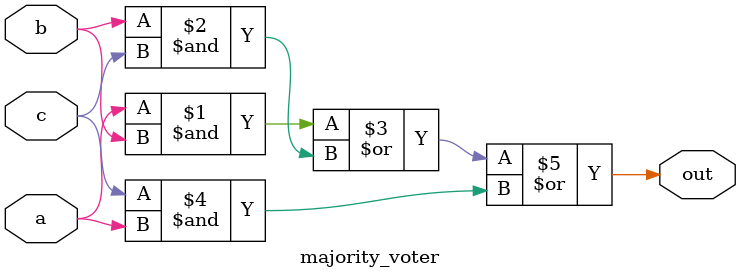
<source format=v>
`timescale 1ns / 1ps
module majority_voter (
    input wire a,    // First input
    input wire b,    // Second input
    input wire c,    // Third input
    output wire out  // Output
);

    assign out = (a & b) | (b & c) | (c & a);  // Majority function

endmodule

</source>
